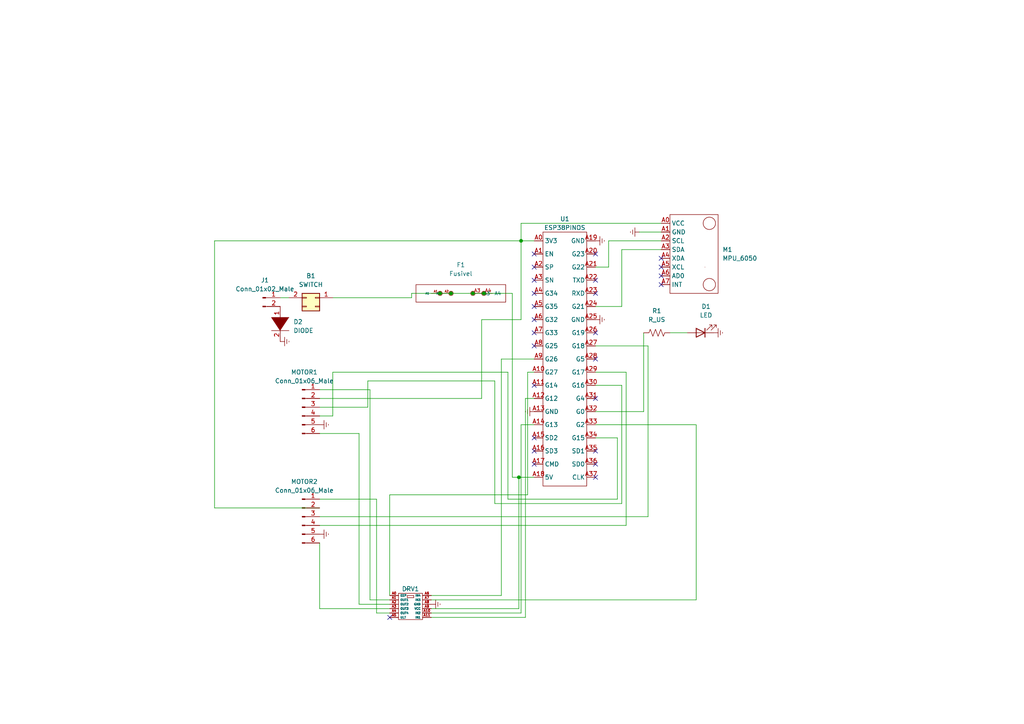
<source format=kicad_sch>
(kicad_sch (version 20230121) (generator eeschema)

  (uuid ab17031a-bfb3-41c6-abcb-e4bb89163e5b)

  (paper "A4")

  (lib_symbols
    (symbol "Connector:Conn_01x02_Male" (pin_names (offset 1.016) hide) (in_bom yes) (on_board yes)
      (property "Reference" "J" (at 0 2.54 0)
        (effects (font (size 1.27 1.27)))
      )
      (property "Value" "Conn_01x02_Male" (at 0 -5.08 0)
        (effects (font (size 1.27 1.27)))
      )
      (property "Footprint" "" (at 0 0 0)
        (effects (font (size 1.27 1.27)) hide)
      )
      (property "Datasheet" "~" (at 0 0 0)
        (effects (font (size 1.27 1.27)) hide)
      )
      (property "ki_keywords" "connector" (at 0 0 0)
        (effects (font (size 1.27 1.27)) hide)
      )
      (property "ki_description" "Generic connector, single row, 01x02, script generated (kicad-library-utils/schlib/autogen/connector/)" (at 0 0 0)
        (effects (font (size 1.27 1.27)) hide)
      )
      (property "ki_fp_filters" "Connector*:*_1x??_*" (at 0 0 0)
        (effects (font (size 1.27 1.27)) hide)
      )
      (symbol "Conn_01x02_Male_1_1"
        (polyline
          (pts
            (xy 1.27 -2.54)
            (xy 0.8636 -2.54)
          )
          (stroke (width 0.1524) (type default))
          (fill (type none))
        )
        (polyline
          (pts
            (xy 1.27 0)
            (xy 0.8636 0)
          )
          (stroke (width 0.1524) (type default))
          (fill (type none))
        )
        (rectangle (start 0.8636 -2.413) (end 0 -2.667)
          (stroke (width 0.1524) (type default))
          (fill (type outline))
        )
        (rectangle (start 0.8636 0.127) (end 0 -0.127)
          (stroke (width 0.1524) (type default))
          (fill (type outline))
        )
        (pin passive line (at 5.08 0 180) (length 3.81)
          (name "Pin_1" (effects (font (size 1.27 1.27))))
          (number "1" (effects (font (size 1.27 1.27))))
        )
        (pin passive line (at 5.08 -2.54 180) (length 3.81)
          (name "Pin_2" (effects (font (size 1.27 1.27))))
          (number "2" (effects (font (size 1.27 1.27))))
        )
      )
    )
    (symbol "Connector:Conn_01x06_Male" (pin_names (offset 1.016) hide) (in_bom yes) (on_board yes)
      (property "Reference" "J" (at 0 7.62 0)
        (effects (font (size 1.27 1.27)))
      )
      (property "Value" "Conn_01x06_Male" (at 0 -10.16 0)
        (effects (font (size 1.27 1.27)))
      )
      (property "Footprint" "" (at 0 0 0)
        (effects (font (size 1.27 1.27)) hide)
      )
      (property "Datasheet" "~" (at 0 0 0)
        (effects (font (size 1.27 1.27)) hide)
      )
      (property "ki_keywords" "connector" (at 0 0 0)
        (effects (font (size 1.27 1.27)) hide)
      )
      (property "ki_description" "Generic connector, single row, 01x06, script generated (kicad-library-utils/schlib/autogen/connector/)" (at 0 0 0)
        (effects (font (size 1.27 1.27)) hide)
      )
      (property "ki_fp_filters" "Connector*:*_1x??_*" (at 0 0 0)
        (effects (font (size 1.27 1.27)) hide)
      )
      (symbol "Conn_01x06_Male_1_1"
        (polyline
          (pts
            (xy 1.27 -7.62)
            (xy 0.8636 -7.62)
          )
          (stroke (width 0.1524) (type default))
          (fill (type none))
        )
        (polyline
          (pts
            (xy 1.27 -5.08)
            (xy 0.8636 -5.08)
          )
          (stroke (width 0.1524) (type default))
          (fill (type none))
        )
        (polyline
          (pts
            (xy 1.27 -2.54)
            (xy 0.8636 -2.54)
          )
          (stroke (width 0.1524) (type default))
          (fill (type none))
        )
        (polyline
          (pts
            (xy 1.27 0)
            (xy 0.8636 0)
          )
          (stroke (width 0.1524) (type default))
          (fill (type none))
        )
        (polyline
          (pts
            (xy 1.27 2.54)
            (xy 0.8636 2.54)
          )
          (stroke (width 0.1524) (type default))
          (fill (type none))
        )
        (polyline
          (pts
            (xy 1.27 5.08)
            (xy 0.8636 5.08)
          )
          (stroke (width 0.1524) (type default))
          (fill (type none))
        )
        (rectangle (start 0.8636 -7.493) (end 0 -7.747)
          (stroke (width 0.1524) (type default))
          (fill (type outline))
        )
        (rectangle (start 0.8636 -4.953) (end 0 -5.207)
          (stroke (width 0.1524) (type default))
          (fill (type outline))
        )
        (rectangle (start 0.8636 -2.413) (end 0 -2.667)
          (stroke (width 0.1524) (type default))
          (fill (type outline))
        )
        (rectangle (start 0.8636 0.127) (end 0 -0.127)
          (stroke (width 0.1524) (type default))
          (fill (type outline))
        )
        (rectangle (start 0.8636 2.667) (end 0 2.413)
          (stroke (width 0.1524) (type default))
          (fill (type outline))
        )
        (rectangle (start 0.8636 5.207) (end 0 4.953)
          (stroke (width 0.1524) (type default))
          (fill (type outline))
        )
        (pin passive line (at 5.08 5.08 180) (length 3.81)
          (name "Pin_1" (effects (font (size 1.27 1.27))))
          (number "1" (effects (font (size 1.27 1.27))))
        )
        (pin passive line (at 5.08 2.54 180) (length 3.81)
          (name "Pin_2" (effects (font (size 1.27 1.27))))
          (number "2" (effects (font (size 1.27 1.27))))
        )
        (pin passive line (at 5.08 0 180) (length 3.81)
          (name "Pin_3" (effects (font (size 1.27 1.27))))
          (number "3" (effects (font (size 1.27 1.27))))
        )
        (pin passive line (at 5.08 -2.54 180) (length 3.81)
          (name "Pin_4" (effects (font (size 1.27 1.27))))
          (number "4" (effects (font (size 1.27 1.27))))
        )
        (pin passive line (at 5.08 -5.08 180) (length 3.81)
          (name "Pin_5" (effects (font (size 1.27 1.27))))
          (number "5" (effects (font (size 1.27 1.27))))
        )
        (pin passive line (at 5.08 -7.62 180) (length 3.81)
          (name "Pin_6" (effects (font (size 1.27 1.27))))
          (number "6" (effects (font (size 1.27 1.27))))
        )
      )
    )
    (symbol "Connector_Generic:Conn_02x02_Counter_Clockwise" (pin_names (offset 1.016) hide) (in_bom yes) (on_board yes)
      (property "Reference" "B1" (at 1.27 6.35 0)
        (effects (font (size 1.27 1.27)))
      )
      (property "Value" "SWITCH" (at 1.27 3.81 0)
        (effects (font (size 1.27 1.27)))
      )
      (property "Footprint" "TerminalBlock:TerminalBlock_bornier-2_P5.08mm" (at 2.54 8.255 0)
        (effects (font (size 1.27 1.27)) hide)
      )
      (property "Datasheet" "~" (at 0 0 0)
        (effects (font (size 1.27 1.27)) hide)
      )
      (property "ki_keywords" "connector" (at 0 0 0)
        (effects (font (size 1.27 1.27)) hide)
      )
      (property "ki_description" "Generic connector, double row, 02x02, counter clockwise pin numbering scheme (similar to DIP package numbering), script generated (kicad-library-utils/schlib/autogen/connector/)" (at 0 0 0)
        (effects (font (size 1.27 1.27)) hide)
      )
      (property "ki_fp_filters" "Connector*:*_2x??_*" (at 0 0 0)
        (effects (font (size 1.27 1.27)) hide)
      )
      (symbol "Conn_02x02_Counter_Clockwise_1_1"
        (rectangle (start -1.27 -2.413) (end 0 -2.667)
          (stroke (width 0.1524) (type default))
          (fill (type none))
        )
        (rectangle (start -1.27 0.127) (end 0 -0.127)
          (stroke (width 0.1524) (type default))
          (fill (type none))
        )
        (rectangle (start -1.27 1.27) (end 3.81 -3.81)
          (stroke (width 0.254) (type default))
          (fill (type background))
        )
        (rectangle (start 3.81 -2.413) (end 2.54 -2.667)
          (stroke (width 0.1524) (type default))
          (fill (type none))
        )
        (rectangle (start 3.81 0.127) (end 2.54 -0.127)
          (stroke (width 0.1524) (type default))
          (fill (type none))
        )
        (pin passive line (at 7.62 0 180) (length 3.81)
          (name "1" (effects (font (size 1.27 1.27))))
          (number "1" (effects (font (size 1.27 1.27))))
        )
        (pin passive line (at -5.08 0 0) (length 3.81)
          (name "2" (effects (font (size 1.27 1.27))))
          (number "2" (effects (font (size 1.27 1.27))))
        )
      )
    )
    (symbol "DRV8833:DRV_" (in_bom yes) (on_board yes)
      (property "Reference" "DRV" (at 1.27 1.27 0)
        (effects (font (size 1.27 1.27)))
      )
      (property "Value" "" (at 0 0 0)
        (effects (font (size 1.27 1.27)))
      )
      (property "Footprint" "" (at 0 0 0)
        (effects (font (size 1.27 1.27)) hide)
      )
      (property "Datasheet" "" (at 0 0 0)
        (effects (font (size 1.27 1.27)) hide)
      )
      (symbol "DRV__0_1"
        (rectangle (start -2.54 -1.27) (end 4.445 -8.89)
          (stroke (width 0) (type default))
          (fill (type none))
        )
        (rectangle (start 0 -1.905) (end 1.905 -2.54)
          (stroke (width 0) (type default))
          (fill (type none))
        )
      )
      (symbol "DRV__1_1"
        (pin input line (at -5.08 -1.905 0) (length 2.54)
          (name "EEP" (effects (font (size 0.6 0.6))))
          (number "A0" (effects (font (size 0.7 0.7))))
        )
        (pin input line (at -5.08 -3.175 0) (length 2.54)
          (name "OUT1" (effects (font (size 0.6 0.6))))
          (number "A1" (effects (font (size 0.7 0.7))))
        )
        (pin input line (at 6.985 -6.985 180) (length 2.54)
          (name "IN2" (effects (font (size 0.6 0.6))))
          (number "A10" (effects (font (size 0.7 0.7))))
        )
        (pin input line (at 6.985 -8.255 180) (length 2.54)
          (name "IN1" (effects (font (size 0.6 0.6))))
          (number "A11" (effects (font (size 0.7 0.7))))
        )
        (pin input line (at -5.08 -4.445 0) (length 2.54)
          (name "OUT2" (effects (font (size 0.6 0.6))))
          (number "A2" (effects (font (size 0.7 0.7))))
        )
        (pin input line (at -5.08 -5.715 0) (length 2.54)
          (name "OUT3" (effects (font (size 0.6 0.6))))
          (number "A3" (effects (font (size 0.7 0.7))))
        )
        (pin input line (at -5.08 -6.985 0) (length 2.54)
          (name "OUT4" (effects (font (size 0.6 0.6))))
          (number "A4" (effects (font (size 0.7 0.7))))
        )
        (pin input line (at -5.08 -8.255 0) (length 2.54)
          (name "ULT" (effects (font (size 0.6 0.6))))
          (number "A5" (effects (font (size 0.7 0.7))))
        )
        (pin input line (at 6.985 -1.905 180) (length 2.54)
          (name "IN4" (effects (font (size 0.6 0.6))))
          (number "A6" (effects (font (size 0.7 0.7))))
        )
        (pin input line (at 6.985 -3.175 180) (length 2.54)
          (name "IN3" (effects (font (size 0.6 0.6))))
          (number "A7" (effects (font (size 0.7 0.7))))
        )
        (pin power_in line (at 6.985 -4.445 180) (length 2.54)
          (name "GND" (effects (font (size 0.6 0.6))))
          (number "A8" (effects (font (size 0.7 0.7))))
        )
        (pin power_in line (at 6.985 -5.715 180) (length 2.54)
          (name "VCC" (effects (font (size 0.6 0.6))))
          (number "A9" (effects (font (size 0.7 0.7))))
        )
      )
    )
    (symbol "Device:LED" (pin_numbers hide) (pin_names (offset 1.016) hide) (in_bom yes) (on_board yes)
      (property "Reference" "D" (at 0 2.54 0)
        (effects (font (size 1.27 1.27)))
      )
      (property "Value" "LED" (at 0 -2.54 0)
        (effects (font (size 1.27 1.27)))
      )
      (property "Footprint" "" (at 0 0 0)
        (effects (font (size 1.27 1.27)) hide)
      )
      (property "Datasheet" "~" (at 0 0 0)
        (effects (font (size 1.27 1.27)) hide)
      )
      (property "ki_keywords" "LED diode" (at 0 0 0)
        (effects (font (size 1.27 1.27)) hide)
      )
      (property "ki_description" "Light emitting diode" (at 0 0 0)
        (effects (font (size 1.27 1.27)) hide)
      )
      (property "ki_fp_filters" "LED* LED_SMD:* LED_THT:*" (at 0 0 0)
        (effects (font (size 1.27 1.27)) hide)
      )
      (symbol "LED_0_1"
        (polyline
          (pts
            (xy -1.27 -1.27)
            (xy -1.27 1.27)
          )
          (stroke (width 0.254) (type default))
          (fill (type none))
        )
        (polyline
          (pts
            (xy -1.27 0)
            (xy 1.27 0)
          )
          (stroke (width 0) (type default))
          (fill (type none))
        )
        (polyline
          (pts
            (xy 1.27 -1.27)
            (xy 1.27 1.27)
            (xy -1.27 0)
            (xy 1.27 -1.27)
          )
          (stroke (width 0.254) (type default))
          (fill (type none))
        )
        (polyline
          (pts
            (xy -3.048 -0.762)
            (xy -4.572 -2.286)
            (xy -3.81 -2.286)
            (xy -4.572 -2.286)
            (xy -4.572 -1.524)
          )
          (stroke (width 0) (type default))
          (fill (type none))
        )
        (polyline
          (pts
            (xy -1.778 -0.762)
            (xy -3.302 -2.286)
            (xy -2.54 -2.286)
            (xy -3.302 -2.286)
            (xy -3.302 -1.524)
          )
          (stroke (width 0) (type default))
          (fill (type none))
        )
      )
      (symbol "LED_1_1"
        (pin passive line (at -3.81 0 0) (length 2.54)
          (name "K" (effects (font (size 1.27 1.27))))
          (number "1" (effects (font (size 1.27 1.27))))
        )
        (pin passive line (at 3.81 0 180) (length 2.54)
          (name "A" (effects (font (size 1.27 1.27))))
          (number "2" (effects (font (size 1.27 1.27))))
        )
      )
    )
    (symbol "Device:R_US" (pin_numbers hide) (pin_names (offset 0)) (in_bom yes) (on_board yes)
      (property "Reference" "R" (at 2.54 0 90)
        (effects (font (size 1.27 1.27)))
      )
      (property "Value" "R_US" (at -2.54 0 90)
        (effects (font (size 1.27 1.27)))
      )
      (property "Footprint" "" (at 1.016 -0.254 90)
        (effects (font (size 1.27 1.27)) hide)
      )
      (property "Datasheet" "~" (at 0 0 0)
        (effects (font (size 1.27 1.27)) hide)
      )
      (property "ki_keywords" "R res resistor" (at 0 0 0)
        (effects (font (size 1.27 1.27)) hide)
      )
      (property "ki_description" "Resistor, US symbol" (at 0 0 0)
        (effects (font (size 1.27 1.27)) hide)
      )
      (property "ki_fp_filters" "R_*" (at 0 0 0)
        (effects (font (size 1.27 1.27)) hide)
      )
      (symbol "R_US_0_1"
        (polyline
          (pts
            (xy 0 -2.286)
            (xy 0 -2.54)
          )
          (stroke (width 0) (type default))
          (fill (type none))
        )
        (polyline
          (pts
            (xy 0 2.286)
            (xy 0 2.54)
          )
          (stroke (width 0) (type default))
          (fill (type none))
        )
        (polyline
          (pts
            (xy 0 -0.762)
            (xy 1.016 -1.143)
            (xy 0 -1.524)
            (xy -1.016 -1.905)
            (xy 0 -2.286)
          )
          (stroke (width 0) (type default))
          (fill (type none))
        )
        (polyline
          (pts
            (xy 0 0.762)
            (xy 1.016 0.381)
            (xy 0 0)
            (xy -1.016 -0.381)
            (xy 0 -0.762)
          )
          (stroke (width 0) (type default))
          (fill (type none))
        )
        (polyline
          (pts
            (xy 0 2.286)
            (xy 1.016 1.905)
            (xy 0 1.524)
            (xy -1.016 1.143)
            (xy 0 0.762)
          )
          (stroke (width 0) (type default))
          (fill (type none))
        )
      )
      (symbol "R_US_1_1"
        (pin passive line (at 0 3.81 270) (length 1.27)
          (name "~" (effects (font (size 1.27 1.27))))
          (number "1" (effects (font (size 1.27 1.27))))
        )
        (pin passive line (at 0 -3.81 90) (length 1.27)
          (name "~" (effects (font (size 1.27 1.27))))
          (number "2" (effects (font (size 1.27 1.27))))
        )
      )
    )
    (symbol "ESP 38 PINOS:ESP38PINOS" (in_bom yes) (on_board yes)
      (property "Reference" "U" (at 3.81 2.54 0)
        (effects (font (size 1.27 1.27)))
      )
      (property "Value" "ESP38PINOS" (at 3.81 0 0)
        (effects (font (size 1.27 1.27)))
      )
      (property "Footprint" "" (at 3.81 0 0)
        (effects (font (size 1.27 1.27)) hide)
      )
      (property "Datasheet" "" (at 3.81 0 0)
        (effects (font (size 1.27 1.27)) hide)
      )
      (symbol "ESP38PINOS_0_1"
        (rectangle (start -2.54 -1.27) (end 10.16 -74.93)
          (stroke (width 0) (type default))
          (fill (type none))
        )
        (rectangle (start 44.45 -11.43) (end 44.45 -11.43)
          (stroke (width 0) (type default))
          (fill (type none))
        )
      )
      (symbol "ESP38PINOS_1_1"
        (pin input line (at -5.08 -3.81 0) (length 2.54)
          (name "3V3" (effects (font (size 1.27 1.27))))
          (number "A0" (effects (font (size 1.27 1.27))))
        )
        (pin input line (at -5.08 -7.62 0) (length 2.54)
          (name "EN" (effects (font (size 1.27 1.27))))
          (number "A1" (effects (font (size 1.27 1.27))))
        )
        (pin input line (at -5.08 -41.91 0) (length 2.54)
          (name "G27" (effects (font (size 1.27 1.27))))
          (number "A10" (effects (font (size 1.27 1.27))))
        )
        (pin input line (at -5.08 -45.72 0) (length 2.54)
          (name "G14" (effects (font (size 1.27 1.27))))
          (number "A11" (effects (font (size 1.27 1.27))))
        )
        (pin input line (at -5.08 -49.53 0) (length 2.54)
          (name "G12" (effects (font (size 1.27 1.27))))
          (number "A12" (effects (font (size 1.27 1.27))))
        )
        (pin input line (at -5.08 -53.34 0) (length 2.54)
          (name "GND" (effects (font (size 1.27 1.27))))
          (number "A13" (effects (font (size 1.27 1.27))))
        )
        (pin input line (at -5.08 -57.15 0) (length 2.54)
          (name "G13" (effects (font (size 1.27 1.27))))
          (number "A14" (effects (font (size 1.27 1.27))))
        )
        (pin input line (at -5.08 -60.96 0) (length 2.54)
          (name "SD2" (effects (font (size 1.27 1.27))))
          (number "A15" (effects (font (size 1.27 1.27))))
        )
        (pin input line (at -5.08 -64.77 0) (length 2.54)
          (name "SD3" (effects (font (size 1.27 1.27))))
          (number "A16" (effects (font (size 1.27 1.27))))
        )
        (pin input line (at -5.08 -68.58 0) (length 2.54)
          (name "CMD" (effects (font (size 1.27 1.27))))
          (number "A17" (effects (font (size 1.27 1.27))))
        )
        (pin input line (at -5.08 -72.39 0) (length 2.54)
          (name "5V" (effects (font (size 1.27 1.27))))
          (number "A18" (effects (font (size 1.27 1.27))))
        )
        (pin input line (at 12.7 -3.81 180) (length 2.54)
          (name "GND" (effects (font (size 1.27 1.27))))
          (number "A19" (effects (font (size 1.27 1.27))))
        )
        (pin input line (at -5.08 -11.43 0) (length 2.54)
          (name "SP" (effects (font (size 1.27 1.27))))
          (number "A2" (effects (font (size 1.27 1.27))))
        )
        (pin input line (at 12.7 -7.62 180) (length 2.54)
          (name "G23" (effects (font (size 1.27 1.27))))
          (number "A20" (effects (font (size 1.27 1.27))))
        )
        (pin input line (at 12.7 -11.43 180) (length 2.54)
          (name "G22" (effects (font (size 1.27 1.27))))
          (number "A21" (effects (font (size 1.27 1.27))))
        )
        (pin input line (at 12.7 -15.24 180) (length 2.54)
          (name "TXD" (effects (font (size 1.27 1.27))))
          (number "A22" (effects (font (size 1.27 1.27))))
        )
        (pin input line (at 12.7 -19.05 180) (length 2.54)
          (name "RXD" (effects (font (size 1.27 1.27))))
          (number "A23" (effects (font (size 1.27 1.27))))
        )
        (pin input line (at 12.7 -22.86 180) (length 2.54)
          (name "G21" (effects (font (size 1.27 1.27))))
          (number "A24" (effects (font (size 1.27 1.27))))
        )
        (pin input line (at 12.7 -26.67 180) (length 2.54)
          (name "GND" (effects (font (size 1.27 1.27))))
          (number "A25" (effects (font (size 1.27 1.27))))
        )
        (pin input line (at 12.7 -30.48 180) (length 2.54)
          (name "G19" (effects (font (size 1.27 1.27))))
          (number "A26" (effects (font (size 1.27 1.27))))
        )
        (pin input line (at 12.7 -34.29 180) (length 2.54)
          (name "G18" (effects (font (size 1.27 1.27))))
          (number "A27" (effects (font (size 1.27 1.27))))
        )
        (pin input line (at 12.7 -38.1 180) (length 2.54)
          (name "G5" (effects (font (size 1.27 1.27))))
          (number "A28" (effects (font (size 1.27 1.27))))
        )
        (pin input line (at 12.7 -41.91 180) (length 2.54)
          (name "G17" (effects (font (size 1.27 1.27))))
          (number "A29" (effects (font (size 1.27 1.27))))
        )
        (pin input line (at -5.08 -15.24 0) (length 2.54)
          (name "SN" (effects (font (size 1.27 1.27))))
          (number "A3" (effects (font (size 1.27 1.27))))
        )
        (pin input line (at 12.7 -45.72 180) (length 2.54)
          (name "G16" (effects (font (size 1.27 1.27))))
          (number "A30" (effects (font (size 1.27 1.27))))
        )
        (pin input line (at 12.7 -49.53 180) (length 2.54)
          (name "G4" (effects (font (size 1.27 1.27))))
          (number "A31" (effects (font (size 1.27 1.27))))
        )
        (pin input line (at 12.7 -53.34 180) (length 2.54)
          (name "G0" (effects (font (size 1.27 1.27))))
          (number "A32" (effects (font (size 1.27 1.27))))
        )
        (pin input line (at 12.7 -57.15 180) (length 2.54)
          (name "G2" (effects (font (size 1.27 1.27))))
          (number "A33" (effects (font (size 1.27 1.27))))
        )
        (pin input line (at 12.7 -60.96 180) (length 2.54)
          (name "G15" (effects (font (size 1.27 1.27))))
          (number "A34" (effects (font (size 1.27 1.27))))
        )
        (pin input line (at 12.7 -64.77 180) (length 2.54)
          (name "SD1" (effects (font (size 1.27 1.27))))
          (number "A35" (effects (font (size 1.27 1.27))))
        )
        (pin input line (at 12.7 -68.58 180) (length 2.54)
          (name "SD0" (effects (font (size 1.27 1.27))))
          (number "A36" (effects (font (size 1.27 1.27))))
        )
        (pin input line (at 12.7 -72.39 180) (length 2.54)
          (name "CLK" (effects (font (size 1.27 1.27))))
          (number "A37" (effects (font (size 1.27 1.27))))
        )
        (pin input line (at -5.08 -19.05 0) (length 2.54)
          (name "G34" (effects (font (size 1.27 1.27))))
          (number "A4" (effects (font (size 1.27 1.27))))
        )
        (pin input line (at -5.08 -22.86 0) (length 2.54)
          (name "G35" (effects (font (size 1.27 1.27))))
          (number "A5" (effects (font (size 1.27 1.27))))
        )
        (pin input line (at -5.08 -26.67 0) (length 2.54)
          (name "G32" (effects (font (size 1.27 1.27))))
          (number "A6" (effects (font (size 1.27 1.27))))
        )
        (pin input line (at -5.08 -30.48 0) (length 2.54)
          (name "G33" (effects (font (size 1.27 1.27))))
          (number "A7" (effects (font (size 1.27 1.27))))
        )
        (pin input line (at -5.08 -34.29 0) (length 2.54)
          (name "G25" (effects (font (size 1.27 1.27))))
          (number "A8" (effects (font (size 1.27 1.27))))
        )
        (pin input line (at -5.08 -38.1 0) (length 2.54)
          (name "G26" (effects (font (size 1.27 1.27))))
          (number "A9" (effects (font (size 1.27 1.27))))
        )
      )
    )
    (symbol "Earth_1" (power) (pin_names (offset 0)) (in_bom yes) (on_board yes)
      (property "Reference" "#PWR" (at 0 -6.35 0)
        (effects (font (size 1.27 1.27)) hide)
      )
      (property "Value" "Earth_1" (at 0 -3.81 0)
        (effects (font (size 1.27 1.27)) hide)
      )
      (property "Footprint" "" (at 0 0 0)
        (effects (font (size 1.27 1.27)) hide)
      )
      (property "Datasheet" "~" (at 0 0 0)
        (effects (font (size 1.27 1.27)) hide)
      )
      (property "ki_keywords" "global ground gnd" (at 0 0 0)
        (effects (font (size 1.27 1.27)) hide)
      )
      (property "ki_description" "Power symbol creates a global label with name \"Earth\"" (at 0 0 0)
        (effects (font (size 1.27 1.27)) hide)
      )
      (symbol "Earth_1_0_1"
        (polyline
          (pts
            (xy -0.635 -1.905)
            (xy 0.635 -1.905)
          )
          (stroke (width 0) (type default))
          (fill (type none))
        )
        (polyline
          (pts
            (xy -0.127 -2.54)
            (xy 0.127 -2.54)
          )
          (stroke (width 0) (type default))
          (fill (type none))
        )
        (polyline
          (pts
            (xy 0 -1.27)
            (xy 0 0)
          )
          (stroke (width 0) (type default))
          (fill (type none))
        )
        (polyline
          (pts
            (xy 1.27 -1.27)
            (xy -1.27 -1.27)
          )
          (stroke (width 0) (type default))
          (fill (type none))
        )
      )
      (symbol "Earth_1_1_1"
        (pin power_in line (at 0 0 270) (length 0) hide
          (name "Earth" (effects (font (size 1.27 1.27))))
          (number "1" (effects (font (size 1.27 1.27))))
        )
      )
    )
    (symbol "Fusivel:Fusivel" (in_bom yes) (on_board yes)
      (property "Reference" "F1" (at 0.3175 3.81 0)
        (effects (font (size 1.27 1.27)))
      )
      (property "Value" "Fusivel" (at 0.3175 1.27 0)
        (effects (font (size 1.27 1.27)))
      )
      (property "Footprint" "ESP 38:FUSIVEL" (at 0 0 0)
        (effects (font (size 1.27 1.27)) hide)
      )
      (property "Datasheet" "" (at 0 0 0)
        (effects (font (size 1.27 1.27)) hide)
      )
      (symbol "Fusivel_0_1"
        (rectangle (start -12.7 -1.905) (end 13.335 -6.985)
          (stroke (width 0) (type default))
          (fill (type none))
        )
        (circle (center -5.715 -4.445) (radius 0.635)
          (stroke (width 0) (type default))
          (fill (type none))
        )
        (circle (center -2.54 -4.445) (radius 0.635)
          (stroke (width 0) (type default))
          (fill (type none))
        )
        (circle (center 3.81 -4.445) (radius 0.635)
          (stroke (width 0) (type default))
          (fill (type none))
        )
        (circle (center 6.985 -4.445) (radius 0.635)
          (stroke (width 0) (type default))
          (fill (type none))
        )
      )
      (symbol "Fusivel_1_1"
        (pin input line (at -5.715 -4.445 180) (length 2.54)
          (name "A1" (effects (font (size 0.6 0.6))))
          (number "A1" (effects (font (size 0.6 0.6))))
        )
        (pin input line (at -2.54 -4.445 180) (length 2.54)
          (name "A2" (effects (font (size 0.6 0.6))))
          (number "A2" (effects (font (size 0.6 0.6))))
        )
        (pin input line (at 3.81 -4.445 0) (length 2.54)
          (name "A3" (effects (font (size 1 1))))
          (number "A3" (effects (font (size 1 1))))
        )
        (pin input line (at 6.985 -4.445 0) (length 2.54)
          (name "A4" (effects (font (size 1 1))))
          (number "A4" (effects (font (size 1 1))))
        )
      )
    )
    (symbol "MPU-6050:MPU_6050" (in_bom yes) (on_board yes)
      (property "Reference" "M" (at 0 2.54 0)
        (effects (font (size 1.27 1.27)))
      )
      (property "Value" "MPU_6050" (at 0 0 0)
        (effects (font (size 1.27 1.27)))
      )
      (property "Footprint" "" (at 0 0 0)
        (effects (font (size 1.27 1.27)) hide)
      )
      (property "Datasheet" "" (at 0 0 0)
        (effects (font (size 1.27 1.27)) hide)
      )
      (symbol "MPU_6050_0_1"
        (rectangle (start 0 -2.54) (end 13.97 -25.4)
          (stroke (width 0) (type default))
          (fill (type none))
        )
        (circle (center 11.43 -22.86) (radius 1.7961)
          (stroke (width 0) (type default))
          (fill (type none))
        )
        (circle (center 11.43 -5.08) (radius 1.7961)
          (stroke (width 0) (type default))
          (fill (type none))
        )
      )
      (symbol "MPU_6050_1_1"
        (pin input line (at -2.54 -5.08 0) (length 2.54)
          (name "VCC" (effects (font (size 1.27 1.27))))
          (number "A0" (effects (font (size 1.27 1.27))))
        )
        (pin input line (at -2.54 -7.62 0) (length 2.54)
          (name "GND" (effects (font (size 1.27 1.27))))
          (number "A1" (effects (font (size 1.27 1.27))))
        )
        (pin output line (at -2.54 -10.16 0) (length 2.54)
          (name "SCL" (effects (font (size 1.27 1.27))))
          (number "A2" (effects (font (size 1.27 1.27))))
        )
        (pin output line (at -2.54 -12.7 0) (length 2.54)
          (name "SDA" (effects (font (size 1.27 1.27))))
          (number "A3" (effects (font (size 1.27 1.27))))
        )
        (pin output line (at -2.54 -15.24 0) (length 2.54)
          (name "XDA" (effects (font (size 1.27 1.27))))
          (number "A4" (effects (font (size 1.27 1.27))))
        )
        (pin output line (at -2.54 -17.78 0) (length 2.54)
          (name "XCL" (effects (font (size 1.27 1.27))))
          (number "A5" (effects (font (size 1.27 1.27))))
        )
        (pin output line (at -2.54 -20.32 0) (length 2.54)
          (name "AD0" (effects (font (size 1.27 1.27))))
          (number "A6" (effects (font (size 1.27 1.27))))
        )
        (pin output line (at -2.54 -22.86 0) (length 2.54)
          (name "INT" (effects (font (size 1.27 1.27))))
          (number "A7" (effects (font (size 1.27 1.27))))
        )
      )
    )
    (symbol "power:Earth" (power) (pin_names (offset 0)) (in_bom yes) (on_board yes)
      (property "Reference" "#PWR" (at 0 -6.35 0)
        (effects (font (size 1.27 1.27)) hide)
      )
      (property "Value" "Earth" (at 0 -3.81 0)
        (effects (font (size 1.27 1.27)) hide)
      )
      (property "Footprint" "" (at 0 0 0)
        (effects (font (size 1.27 1.27)) hide)
      )
      (property "Datasheet" "~" (at 0 0 0)
        (effects (font (size 1.27 1.27)) hide)
      )
      (property "ki_keywords" "power-flag ground gnd" (at 0 0 0)
        (effects (font (size 1.27 1.27)) hide)
      )
      (property "ki_description" "Power symbol creates a global label with name \"Earth\"" (at 0 0 0)
        (effects (font (size 1.27 1.27)) hide)
      )
      (symbol "Earth_0_1"
        (polyline
          (pts
            (xy -0.635 -1.905)
            (xy 0.635 -1.905)
          )
          (stroke (width 0) (type default))
          (fill (type none))
        )
        (polyline
          (pts
            (xy -0.127 -2.54)
            (xy 0.127 -2.54)
          )
          (stroke (width 0) (type default))
          (fill (type none))
        )
        (polyline
          (pts
            (xy 0 -1.27)
            (xy 0 0)
          )
          (stroke (width 0) (type default))
          (fill (type none))
        )
        (polyline
          (pts
            (xy 1.27 -1.27)
            (xy -1.27 -1.27)
          )
          (stroke (width 0) (type default))
          (fill (type none))
        )
      )
      (symbol "Earth_1_1"
        (pin power_in line (at 0 0 270) (length 0) hide
          (name "Earth" (effects (font (size 1.27 1.27))))
          (number "1" (effects (font (size 1.27 1.27))))
        )
      )
    )
    (symbol "pspice:DIODE" (pin_names (offset 1.016) hide) (in_bom yes) (on_board yes)
      (property "Reference" "D" (at 0 3.81 0)
        (effects (font (size 1.27 1.27)))
      )
      (property "Value" "DIODE" (at 0 -4.445 0)
        (effects (font (size 1.27 1.27)))
      )
      (property "Footprint" "" (at 0 0 0)
        (effects (font (size 1.27 1.27)) hide)
      )
      (property "Datasheet" "~" (at 0 0 0)
        (effects (font (size 1.27 1.27)) hide)
      )
      (property "ki_keywords" "simulation" (at 0 0 0)
        (effects (font (size 1.27 1.27)) hide)
      )
      (property "ki_description" "Diode symbol for simulation only. Pin order incompatible with official kicad footprints" (at 0 0 0)
        (effects (font (size 1.27 1.27)) hide)
      )
      (symbol "DIODE_0_1"
        (polyline
          (pts
            (xy 1.905 2.54)
            (xy 1.905 -2.54)
          )
          (stroke (width 0) (type default))
          (fill (type none))
        )
        (polyline
          (pts
            (xy -1.905 2.54)
            (xy -1.905 -2.54)
            (xy 1.905 0)
          )
          (stroke (width 0) (type default))
          (fill (type outline))
        )
      )
      (symbol "DIODE_1_1"
        (pin input line (at -5.08 0 0) (length 3.81)
          (name "K" (effects (font (size 1.27 1.27))))
          (number "1" (effects (font (size 1.27 1.27))))
        )
        (pin input line (at 5.08 0 180) (length 3.81)
          (name "A" (effects (font (size 1.27 1.27))))
          (number "2" (effects (font (size 1.27 1.27))))
        )
      )
    )
  )

  (junction (at 130.81 85.09) (diameter 0) (color 0 0 0 0)
    (uuid 46bac857-2317-4242-bc8b-365316075309)
  )
  (junction (at 151.13 69.85) (diameter 0) (color 0 0 0 0)
    (uuid 661ce6e8-9448-455d-aecd-bc3df2d622a3)
  )
  (junction (at 127.635 85.09) (diameter 0) (color 0 0 0 0)
    (uuid 8d01ef4d-0af7-4b3c-9426-36d80863ecff)
  )
  (junction (at 140.335 85.09) (diameter 0) (color 0 0 0 0)
    (uuid cba57e99-12b2-4c5e-b31f-3281465bb077)
  )
  (junction (at 150.495 138.43) (diameter 0) (color 0 0 0 0)
    (uuid d74ae764-02ed-4fc2-ac25-5c6ca8d84bbc)
  )
  (junction (at 137.16 85.09) (diameter 0) (color 0 0 0 0)
    (uuid f94aa40b-54aa-4ef2-a46f-115611122c6f)
  )

  (no_connect (at 154.94 73.66) (uuid 087ed8dd-f7d8-4a8a-9dbd-bdbd5ebed02c))
  (no_connect (at 172.72 138.43) (uuid 1b1fbf54-ac1b-4719-a37d-e4eac0776845))
  (no_connect (at 172.72 134.62) (uuid 283703de-dd02-4e6f-a3b5-3ba533cffdc3))
  (no_connect (at 154.94 134.62) (uuid 2a5ecc73-fca3-4d2d-915a-8411b9ba324a))
  (no_connect (at 113.03 179.07) (uuid 2e463707-0839-4d4b-a76d-6bda072950e4))
  (no_connect (at 172.72 81.28) (uuid 3b7a9fbb-9c89-4310-8826-34fab4ad340b))
  (no_connect (at 154.94 111.76) (uuid 446f0d83-4d47-4c0d-9095-14be6a376bb2))
  (no_connect (at 191.77 74.93) (uuid 6380331d-2815-4327-ae86-c3d8f907fac3))
  (no_connect (at 172.72 73.66) (uuid 65d45eba-3b4c-4922-9e56-f15865ee56ab))
  (no_connect (at 154.94 96.52) (uuid 677d09c5-d6e4-4760-94a4-ce2d9fceb2e7))
  (no_connect (at 154.94 100.33) (uuid 90c58ff2-153d-40dc-a1a8-53495a632dbc))
  (no_connect (at 154.94 127) (uuid 9948bd24-dd50-46d0-bbfb-0fc18a4e57db))
  (no_connect (at 172.72 104.14) (uuid 9bfcf43e-1448-49ad-92dc-e34421715549))
  (no_connect (at 172.72 130.81) (uuid ab4bf115-e8f1-40cb-96ab-a0d30f9f8422))
  (no_connect (at 154.94 81.28) (uuid b2f7d992-a068-4fc5-8b8c-6e9f59fb6efc))
  (no_connect (at 154.94 92.71) (uuid b63a6016-658c-44fe-ad76-82f3cb7a0740))
  (no_connect (at 172.72 96.52) (uuid b74c73b7-ae56-4713-8581-7bd9123d14d6))
  (no_connect (at 191.77 77.47) (uuid bd548f07-7e9a-4fb5-b019-115496dcb9ed))
  (no_connect (at 172.72 85.09) (uuid bfd325fb-44c8-4c24-8d26-f1f4d6dfaa7b))
  (no_connect (at 191.77 80.01) (uuid c72b5460-7628-4f3d-b0c4-6b02929a35e9))
  (no_connect (at 172.72 115.57) (uuid cac48531-3100-42da-a28e-5d0869963647))
  (no_connect (at 154.94 88.9) (uuid cd91770a-7f34-450e-bba1-ddb07ef36436))
  (no_connect (at 154.94 130.81) (uuid dc16e884-67ca-428a-94db-863f7b9b2bbe))
  (no_connect (at 154.94 77.47) (uuid eac6ec79-4504-4c90-a12f-f9073f77aea7))
  (no_connect (at 154.94 85.09) (uuid ecca0939-3eb3-43a8-99ca-6a7c68a719e9))
  (no_connect (at 191.77 82.55) (uuid f4e12201-23bf-480f-890d-278121d7156b))

  (wire (pts (xy 140.335 85.09) (xy 148.59 85.09))
    (stroke (width 0) (type default))
    (uuid 03c9029b-7863-45be-a14c-818876b6de24)
  )
  (wire (pts (xy 194.31 96.52) (xy 199.39 96.52))
    (stroke (width 0) (type default))
    (uuid 07cd0524-8770-4ce4-a090-f20c9b308172)
  )
  (wire (pts (xy 92.71 113.03) (xy 107.315 113.03))
    (stroke (width 0) (type default))
    (uuid 096041d3-4414-4e38-9500-8fdd702a2919)
  )
  (wire (pts (xy 125.095 177.8) (xy 151.13 177.8))
    (stroke (width 0) (type default))
    (uuid 0a344d45-9d62-402d-b33c-7147c581cf7a)
  )
  (wire (pts (xy 119.38 86.36) (xy 119.38 85.09))
    (stroke (width 0) (type default))
    (uuid 0aeddf13-6cb8-4712-8849-bf9891041e8d)
  )
  (wire (pts (xy 137.16 85.09) (xy 140.335 85.09))
    (stroke (width 0) (type default))
    (uuid 0d63dd83-51f1-4ea3-a791-5a11b86a6667)
  )
  (wire (pts (xy 92.71 176.53) (xy 113.03 176.53))
    (stroke (width 0) (type default))
    (uuid 13af6cd6-5364-44db-abaf-b0a1465f9f3b)
  )
  (wire (pts (xy 96.52 107.95) (xy 147.32 107.95))
    (stroke (width 0) (type default))
    (uuid 19ac6969-1e7f-4b28-9a83-def00e2163b8)
  )
  (wire (pts (xy 151.13 69.85) (xy 154.94 69.85))
    (stroke (width 0) (type default))
    (uuid 1c725f21-5b99-4401-9092-d4490959e729)
  )
  (wire (pts (xy 125.095 172.72) (xy 145.415 172.72))
    (stroke (width 0) (type default))
    (uuid 2175472f-6111-4e64-8f11-790deae24356)
  )
  (wire (pts (xy 153.035 143.51) (xy 153.035 107.95))
    (stroke (width 0) (type default))
    (uuid 221f2d02-9414-4ee5-88b9-27c9dd208f04)
  )
  (wire (pts (xy 176.53 77.47) (xy 172.72 77.47))
    (stroke (width 0) (type default))
    (uuid 241b324a-7670-4940-b548-381838da77b0)
  )
  (wire (pts (xy 125.095 179.07) (xy 152.4 179.07))
    (stroke (width 0) (type default))
    (uuid 25612ca3-4c02-43ea-b543-2ce3fc1dab54)
  )
  (wire (pts (xy 104.14 125.73) (xy 104.14 175.26))
    (stroke (width 0) (type default))
    (uuid 25a20fa6-092b-47f9-ad21-767d700729f5)
  )
  (wire (pts (xy 92.71 176.53) (xy 92.71 157.48))
    (stroke (width 0) (type default))
    (uuid 2a31c80c-90c0-4d73-ad25-59fb20857772)
  )
  (wire (pts (xy 92.71 149.86) (xy 187.96 149.86))
    (stroke (width 0) (type default))
    (uuid 2b045f36-9ca8-4e8f-94f0-8ff5225ff68d)
  )
  (wire (pts (xy 62.23 147.32) (xy 62.23 69.85))
    (stroke (width 0) (type default))
    (uuid 2ccee075-8625-418f-922c-87422f790544)
  )
  (wire (pts (xy 127.635 85.09) (xy 130.81 85.09))
    (stroke (width 0) (type default))
    (uuid 320ea45b-c729-4f9a-9993-5bd5bb60461a)
  )
  (wire (pts (xy 176.53 69.85) (xy 176.53 77.47))
    (stroke (width 0) (type default))
    (uuid 332daa37-9669-460f-a90a-2b35fa7b753e)
  )
  (wire (pts (xy 151.13 177.8) (xy 151.13 123.19))
    (stroke (width 0) (type default))
    (uuid 3a26b8d0-1473-45e5-9bf8-348a6591bdf8)
  )
  (wire (pts (xy 151.13 92.71) (xy 151.13 69.85))
    (stroke (width 0) (type default))
    (uuid 43382439-a3b5-40d4-a60d-0897767c3279)
  )
  (wire (pts (xy 150.495 176.53) (xy 150.495 138.43))
    (stroke (width 0) (type default))
    (uuid 467f22f0-fd89-4f9a-ac30-0ca10a15043f)
  )
  (wire (pts (xy 109.22 177.8) (xy 113.03 177.8))
    (stroke (width 0) (type default))
    (uuid 4a45682a-2af9-4acc-bb9a-2228c1b78ad4)
  )
  (wire (pts (xy 106.68 110.49) (xy 143.51 110.49))
    (stroke (width 0) (type default))
    (uuid 4f6f22f4-f4f8-40b5-848b-63a766b76335)
  )
  (wire (pts (xy 106.68 118.11) (xy 106.68 110.49))
    (stroke (width 0) (type default))
    (uuid 4fd66f53-e39e-4c77-affe-10c028bca387)
  )
  (wire (pts (xy 92.71 147.32) (xy 62.23 147.32))
    (stroke (width 0) (type default))
    (uuid 504c17e0-122b-4f9a-991a-e2dc59eebc95)
  )
  (wire (pts (xy 181.61 152.4) (xy 181.61 107.95))
    (stroke (width 0) (type default))
    (uuid 5643847b-58cd-4c5c-a173-6657eaf8ac48)
  )
  (wire (pts (xy 125.095 173.99) (xy 201.93 173.99))
    (stroke (width 0) (type default))
    (uuid 56f50406-e589-433b-9035-5deaf3d9c65e)
  )
  (wire (pts (xy 152.4 115.57) (xy 154.94 115.57))
    (stroke (width 0) (type default))
    (uuid 5941e0cd-abf2-4e36-89d5-7cc147f75824)
  )
  (wire (pts (xy 191.77 72.39) (xy 180.34 72.39))
    (stroke (width 0) (type default))
    (uuid 61ac0a9c-e1a5-4a1c-a7bc-9a288c584ab8)
  )
  (wire (pts (xy 113.03 143.51) (xy 153.035 143.51))
    (stroke (width 0) (type default))
    (uuid 62fa9dc8-d211-4888-b662-5ef3b49b8d37)
  )
  (wire (pts (xy 191.77 69.85) (xy 176.53 69.85))
    (stroke (width 0) (type default))
    (uuid 6562b30d-cf98-493f-8271-02d1a2030c1d)
  )
  (wire (pts (xy 139.7 115.57) (xy 139.7 92.71))
    (stroke (width 0) (type default))
    (uuid 6cb5ea14-6f5e-4d64-b924-d545476bc465)
  )
  (wire (pts (xy 152.4 179.07) (xy 152.4 115.57))
    (stroke (width 0) (type default))
    (uuid 706d5496-f6f3-49c2-ab28-7bd44d92207c)
  )
  (wire (pts (xy 92.71 152.4) (xy 181.61 152.4))
    (stroke (width 0) (type default))
    (uuid 76a119ff-eec8-4d4d-86f2-cd0b4e69ad60)
  )
  (wire (pts (xy 107.315 173.99) (xy 113.03 173.99))
    (stroke (width 0) (type default))
    (uuid 77cab5fe-a9ae-456a-8943-7c5431049072)
  )
  (wire (pts (xy 147.32 107.95) (xy 147.32 144.78))
    (stroke (width 0) (type default))
    (uuid 7832c0f6-e311-4089-9822-e1ea7dfccfe4)
  )
  (wire (pts (xy 92.71 118.11) (xy 106.68 118.11))
    (stroke (width 0) (type default))
    (uuid 7ace4214-7d07-48a3-8c9d-d23ced165a86)
  )
  (wire (pts (xy 145.415 104.14) (xy 154.94 104.14))
    (stroke (width 0) (type default))
    (uuid 80e68fda-5bd8-4f0e-afef-77b63d18c6d1)
  )
  (wire (pts (xy 125.095 176.53) (xy 150.495 176.53))
    (stroke (width 0) (type default))
    (uuid 8aa7e167-dbec-4fb1-811a-9cc513fdba1f)
  )
  (wire (pts (xy 92.71 144.78) (xy 109.22 144.78))
    (stroke (width 0) (type default))
    (uuid 8d29e595-1245-435b-887f-dcb2cb3141df)
  )
  (wire (pts (xy 153.035 107.95) (xy 154.94 107.95))
    (stroke (width 0) (type default))
    (uuid 97e90b94-1583-4d78-a9cf-4a89f49a5730)
  )
  (wire (pts (xy 172.72 119.38) (xy 186.69 119.38))
    (stroke (width 0) (type default))
    (uuid 99e05a79-ede4-4f49-9fb3-beb16ba39196)
  )
  (wire (pts (xy 179.07 144.78) (xy 179.07 127))
    (stroke (width 0) (type default))
    (uuid 9dd38705-a19d-4528-b7df-d006df9090ed)
  )
  (wire (pts (xy 119.38 85.09) (xy 127.635 85.09))
    (stroke (width 0) (type default))
    (uuid a0009f98-33b5-4ec5-b7b9-a6c6d1ebbbb4)
  )
  (wire (pts (xy 92.71 115.57) (xy 139.7 115.57))
    (stroke (width 0) (type default))
    (uuid a422c25a-9052-49d4-9677-9542d1ba1a7e)
  )
  (wire (pts (xy 181.61 107.95) (xy 172.72 107.95))
    (stroke (width 0) (type default))
    (uuid a442a5e7-f87f-4f56-81c8-bdf316b61496)
  )
  (wire (pts (xy 180.34 111.76) (xy 172.72 111.76))
    (stroke (width 0) (type default))
    (uuid a9b56e6d-009c-44d8-b1db-cedd622f1200)
  )
  (wire (pts (xy 180.34 72.39) (xy 180.34 88.9))
    (stroke (width 0) (type default))
    (uuid ad135aeb-bd5e-4f63-abfd-484990b19ffa)
  )
  (wire (pts (xy 104.14 175.26) (xy 113.03 175.26))
    (stroke (width 0) (type default))
    (uuid ad58b7cb-d7ea-424d-bb6c-908008d1b9a6)
  )
  (wire (pts (xy 145.415 172.72) (xy 145.415 104.14))
    (stroke (width 0) (type default))
    (uuid af6463bf-df82-4f65-a3f2-286b7fb17dcf)
  )
  (wire (pts (xy 107.315 113.03) (xy 107.315 173.99))
    (stroke (width 0) (type default))
    (uuid afb95c4c-9f5c-4b7b-9012-022158303fdc)
  )
  (wire (pts (xy 92.71 120.65) (xy 96.52 120.65))
    (stroke (width 0) (type default))
    (uuid b09a06e2-de08-4943-a689-3d70993fed37)
  )
  (wire (pts (xy 185.42 67.31) (xy 191.77 67.31))
    (stroke (width 0) (type default))
    (uuid b1e21ba1-8d96-457d-b6f5-a66595b54287)
  )
  (wire (pts (xy 179.07 127) (xy 172.72 127))
    (stroke (width 0) (type default))
    (uuid b46a8c59-ad67-4a4c-a4aa-65bd0050f6e8)
  )
  (wire (pts (xy 187.96 100.33) (xy 172.72 100.33))
    (stroke (width 0) (type default))
    (uuid be9dbee9-7b35-4ac3-a0a3-0e94de651f97)
  )
  (wire (pts (xy 96.52 86.36) (xy 119.38 86.36))
    (stroke (width 0) (type default))
    (uuid bea7829b-fd51-4f2c-aaf5-683c815a61d0)
  )
  (wire (pts (xy 172.72 123.19) (xy 201.93 123.19))
    (stroke (width 0) (type default))
    (uuid c29345a4-4fb9-4725-a4b7-ab9433f17314)
  )
  (wire (pts (xy 81.28 86.36) (xy 83.82 86.36))
    (stroke (width 0) (type default))
    (uuid c43db07c-8db9-456a-9da1-190881460108)
  )
  (wire (pts (xy 92.71 125.73) (xy 104.14 125.73))
    (stroke (width 0) (type default))
    (uuid c8b00bce-d80e-4746-a93f-1ff78bfca327)
  )
  (wire (pts (xy 151.13 123.19) (xy 154.94 123.19))
    (stroke (width 0) (type default))
    (uuid cb5cda3b-4511-4477-a367-3e8016b1a938)
  )
  (wire (pts (xy 148.59 138.43) (xy 150.495 138.43))
    (stroke (width 0) (type default))
    (uuid cc28c523-6b5e-4b84-a868-a25fed9f589b)
  )
  (wire (pts (xy 191.77 64.77) (xy 151.13 64.77))
    (stroke (width 0) (type default))
    (uuid cd9a1c77-4e4e-4dbf-bb47-66bcd3c65bf6)
  )
  (wire (pts (xy 96.52 120.65) (xy 96.52 107.95))
    (stroke (width 0) (type default))
    (uuid cf49c9c9-e6fe-4643-b929-352390412b74)
  )
  (wire (pts (xy 180.34 146.05) (xy 180.34 111.76))
    (stroke (width 0) (type default))
    (uuid d12b75bd-307d-4f1c-b462-4770d2d03dca)
  )
  (wire (pts (xy 147.32 144.78) (xy 179.07 144.78))
    (stroke (width 0) (type default))
    (uuid d1bd6ee5-5b1b-493d-adbf-2abe7dc440aa)
  )
  (wire (pts (xy 148.59 85.09) (xy 148.59 138.43))
    (stroke (width 0) (type default))
    (uuid d248af5c-077f-48c0-af8b-b3579a5fae48)
  )
  (wire (pts (xy 180.34 88.9) (xy 172.72 88.9))
    (stroke (width 0) (type default))
    (uuid d38b5cec-7f05-4931-a1ba-7b448b91412b)
  )
  (wire (pts (xy 62.23 69.85) (xy 151.13 69.85))
    (stroke (width 0) (type default))
    (uuid d4b1fca0-0ad8-4bc4-ad4a-f15ab001688f)
  )
  (wire (pts (xy 109.22 144.78) (xy 109.22 177.8))
    (stroke (width 0) (type default))
    (uuid d72767cb-a7d0-41fd-b664-9567a85190a1)
  )
  (wire (pts (xy 143.51 146.05) (xy 180.34 146.05))
    (stroke (width 0) (type default))
    (uuid dcdede61-ff95-41e8-aead-fce9b6014d1a)
  )
  (wire (pts (xy 113.03 172.72) (xy 113.03 143.51))
    (stroke (width 0) (type default))
    (uuid e3a2f080-94d1-4a1b-a98c-185b0299cf41)
  )
  (wire (pts (xy 130.81 85.09) (xy 137.16 85.09))
    (stroke (width 0) (type default))
    (uuid e5122058-b278-4117-b2c8-080b497d1e2f)
  )
  (wire (pts (xy 143.51 110.49) (xy 143.51 146.05))
    (stroke (width 0) (type default))
    (uuid e9025a0c-67b8-4d76-8bec-be4e10502bba)
  )
  (wire (pts (xy 187.96 149.86) (xy 187.96 100.33))
    (stroke (width 0) (type default))
    (uuid efe2623f-cdb7-4dcc-bf68-7ccfe7f31971)
  )
  (wire (pts (xy 151.13 64.77) (xy 151.13 69.85))
    (stroke (width 0) (type default))
    (uuid f65bad0c-81b1-4cb0-9fa5-afa7e90493cc)
  )
  (wire (pts (xy 139.7 92.71) (xy 151.13 92.71))
    (stroke (width 0) (type default))
    (uuid f6aa12be-191d-49b2-a180-4fc12a587bf9)
  )
  (wire (pts (xy 201.93 173.99) (xy 201.93 123.19))
    (stroke (width 0) (type default))
    (uuid f6caa764-b8f2-48b5-9655-deeff86a82ad)
  )
  (wire (pts (xy 150.495 138.43) (xy 154.94 138.43))
    (stroke (width 0) (type default))
    (uuid f8fd0418-f400-429b-b604-a33c28ecfe12)
  )
  (wire (pts (xy 186.69 96.52) (xy 186.69 119.38))
    (stroke (width 0) (type default))
    (uuid fe7527cb-5048-4aa8-93cd-0fbab717a255)
  )

  (symbol (lib_id "power:Earth") (at 207.01 96.52 90) (unit 1)
    (in_bom yes) (on_board yes) (dnp no) (fields_autoplaced)
    (uuid 05854876-61ec-467f-bcf6-ba8acaf2d79a)
    (property "Reference" "#PWR011" (at 213.36 96.52 0)
      (effects (font (size 1.27 1.27)) hide)
    )
    (property "Value" "Earth" (at 210.82 96.52 0)
      (effects (font (size 1.27 1.27)) hide)
    )
    (property "Footprint" "" (at 207.01 96.52 0)
      (effects (font (size 1.27 1.27)) hide)
    )
    (property "Datasheet" "~" (at 207.01 96.52 0)
      (effects (font (size 1.27 1.27)) hide)
    )
    (pin "1" (uuid 863a0238-2a05-4317-8b41-f85f88792b62))
    (instances
      (project "PLACA 2.0"
        (path "/ab17031a-bfb3-41c6-abcb-e4bb89163e5b"
          (reference "#PWR011") (unit 1)
        )
      )
    )
  )

  (symbol (lib_id "power:Earth") (at 172.72 92.71 90) (unit 1)
    (in_bom yes) (on_board yes) (dnp no) (fields_autoplaced)
    (uuid 09541080-a742-435d-9f74-4661e77d39bc)
    (property "Reference" "#PWR09" (at 179.07 92.71 0)
      (effects (font (size 1.27 1.27)) hide)
    )
    (property "Value" "Earth" (at 176.53 92.71 0)
      (effects (font (size 1.27 1.27)) hide)
    )
    (property "Footprint" "" (at 172.72 92.71 0)
      (effects (font (size 1.27 1.27)) hide)
    )
    (property "Datasheet" "~" (at 172.72 92.71 0)
      (effects (font (size 1.27 1.27)) hide)
    )
    (pin "1" (uuid 10f4d538-aad6-4cfc-aab4-ae7c21be974f))
    (instances
      (project "PLACA 2.0"
        (path "/ab17031a-bfb3-41c6-abcb-e4bb89163e5b"
          (reference "#PWR09") (unit 1)
        )
      )
    )
  )

  (symbol (lib_id "Device:LED") (at 203.2 96.52 180) (unit 1)
    (in_bom yes) (on_board yes) (dnp no) (fields_autoplaced)
    (uuid 1ccb90ca-7f3d-489b-84dd-ac481d30f24f)
    (property "Reference" "D1" (at 204.7875 88.9 0)
      (effects (font (size 1.27 1.27)))
    )
    (property "Value" "LED" (at 204.7875 91.44 0)
      (effects (font (size 1.27 1.27)))
    )
    (property "Footprint" "LED_THT:LED_D3.0mm" (at 203.2 96.52 0)
      (effects (font (size 1.27 1.27)) hide)
    )
    (property "Datasheet" "~" (at 203.2 96.52 0)
      (effects (font (size 1.27 1.27)) hide)
    )
    (pin "1" (uuid 7fe1d8b9-9fac-4dbe-938a-7a990f493b0a))
    (pin "2" (uuid 0b9bd71d-a887-4388-a8fc-a73ae6510805))
    (instances
      (project "PLACA 2.0"
        (path "/ab17031a-bfb3-41c6-abcb-e4bb89163e5b"
          (reference "D1") (unit 1)
        )
      )
    )
  )

  (symbol (lib_id "power:Earth") (at 172.72 69.85 90) (unit 1)
    (in_bom yes) (on_board yes) (dnp no) (fields_autoplaced)
    (uuid 23e5004f-8783-43f0-8636-bfc1f2dfecf4)
    (property "Reference" "#PWR0103" (at 179.07 69.85 0)
      (effects (font (size 1.27 1.27)) hide)
    )
    (property "Value" "Earth" (at 176.53 69.85 0)
      (effects (font (size 1.27 1.27)) hide)
    )
    (property "Footprint" "" (at 172.72 69.85 0)
      (effects (font (size 1.27 1.27)) hide)
    )
    (property "Datasheet" "~" (at 172.72 69.85 0)
      (effects (font (size 1.27 1.27)) hide)
    )
    (pin "1" (uuid 59ca3f44-1843-455d-a25b-2c78584cc326))
    (instances
      (project "PLACA 2.0"
        (path "/ab17031a-bfb3-41c6-abcb-e4bb89163e5b"
          (reference "#PWR0103") (unit 1)
        )
      )
    )
  )

  (symbol (lib_id "Fusivel:Fusivel") (at 133.35 80.645 0) (unit 1)
    (in_bom yes) (on_board yes) (dnp no) (fields_autoplaced)
    (uuid 27d8dbe3-0f6f-4101-a014-8abdd9ba8559)
    (property "Reference" "F1" (at 133.6675 76.835 0)
      (effects (font (size 1.27 1.27)))
    )
    (property "Value" "Fusivel" (at 133.6675 79.375 0)
      (effects (font (size 1.27 1.27)))
    )
    (property "Footprint" "ESP 38:FUSIVEL" (at 133.35 80.645 0)
      (effects (font (size 1.27 1.27)) hide)
    )
    (property "Datasheet" "" (at 133.35 80.645 0)
      (effects (font (size 1.27 1.27)) hide)
    )
    (pin "A1" (uuid 6ea2fe12-2390-4f96-966f-5e295977a34f))
    (pin "A2" (uuid 34cb819b-d4cb-4b9a-944a-d716db84aab6))
    (pin "A3" (uuid bde5f741-2e37-4e08-a96d-08a43b84e0e5))
    (pin "A4" (uuid 2f70a32b-7ad3-4391-82cd-31e487095d1f))
    (instances
      (project "PLACA 2.0"
        (path "/ab17031a-bfb3-41c6-abcb-e4bb89163e5b"
          (reference "F1") (unit 1)
        )
      )
    )
  )

  (symbol (lib_id "Connector:Conn_01x06_Male") (at 87.63 118.11 0) (unit 1)
    (in_bom yes) (on_board yes) (dnp no) (fields_autoplaced)
    (uuid 2f574183-762b-42ea-a337-7e639f9f9808)
    (property "Reference" "MOTOR1" (at 88.265 107.95 0)
      (effects (font (size 1.27 1.27)))
    )
    (property "Value" "Conn_01x06_Male" (at 88.265 110.49 0)
      (effects (font (size 1.27 1.27)))
    )
    (property "Footprint" "Connector_PinHeader_2.54mm:PinHeader_1x06_P2.54mm_Vertical" (at 87.63 118.11 0)
      (effects (font (size 1.27 1.27)) hide)
    )
    (property "Datasheet" "~" (at 87.63 118.11 0)
      (effects (font (size 1.27 1.27)) hide)
    )
    (pin "1" (uuid 9e0880eb-5e57-4f20-84a3-146d00baeb8c))
    (pin "2" (uuid 5ac7a2f2-49df-4c65-a6b1-b315afeb9b5e))
    (pin "3" (uuid 4f3c3afa-8e1a-4bee-a3cf-da68f7acca73))
    (pin "4" (uuid 0c9bc6bc-2e75-4acb-b697-b6fb47a034d3))
    (pin "5" (uuid 9ee86602-b08b-4780-891b-7303962a0342))
    (pin "6" (uuid 99ecf199-86c1-4cff-927f-5875081d0f46))
    (instances
      (project "PLACA 2.0"
        (path "/ab17031a-bfb3-41c6-abcb-e4bb89163e5b"
          (reference "MOTOR1") (unit 1)
        )
      )
    )
  )

  (symbol (lib_id "power:Earth") (at 154.94 119.38 270) (unit 1)
    (in_bom yes) (on_board yes) (dnp no) (fields_autoplaced)
    (uuid 31c74303-0b66-4b0e-b69a-66171a5a5b0b)
    (property "Reference" "#PWR08" (at 148.59 119.38 0)
      (effects (font (size 1.27 1.27)) hide)
    )
    (property "Value" "Earth" (at 151.13 119.38 0)
      (effects (font (size 1.27 1.27)) hide)
    )
    (property "Footprint" "" (at 154.94 119.38 0)
      (effects (font (size 1.27 1.27)) hide)
    )
    (property "Datasheet" "~" (at 154.94 119.38 0)
      (effects (font (size 1.27 1.27)) hide)
    )
    (pin "1" (uuid 7b36bc8e-faf5-4c86-a2ac-adbdcdc92567))
    (instances
      (project "PLACA 2.0"
        (path "/ab17031a-bfb3-41c6-abcb-e4bb89163e5b"
          (reference "#PWR08") (unit 1)
        )
      )
    )
  )

  (symbol (lib_id "power:Earth") (at 81.28 99.06 90) (unit 1)
    (in_bom yes) (on_board yes) (dnp no) (fields_autoplaced)
    (uuid 3382fb75-65c1-4f31-9127-0061e094f1d9)
    (property "Reference" "#PWR0101" (at 87.63 99.06 0)
      (effects (font (size 1.27 1.27)) hide)
    )
    (property "Value" "Earth" (at 85.09 99.06 0)
      (effects (font (size 1.27 1.27)) hide)
    )
    (property "Footprint" "" (at 81.28 99.06 0)
      (effects (font (size 1.27 1.27)) hide)
    )
    (property "Datasheet" "~" (at 81.28 99.06 0)
      (effects (font (size 1.27 1.27)) hide)
    )
    (pin "1" (uuid c16562af-b019-4c0e-808d-a49d14acf73b))
    (instances
      (project "PLACA 2.0"
        (path "/ab17031a-bfb3-41c6-abcb-e4bb89163e5b"
          (reference "#PWR0101") (unit 1)
        )
      )
    )
  )

  (symbol (lib_id "power:Earth") (at 92.71 154.94 90) (unit 1)
    (in_bom yes) (on_board yes) (dnp no) (fields_autoplaced)
    (uuid 376d92f1-2611-41d6-aa3d-b0404c5bbf20)
    (property "Reference" "#PWR02" (at 99.06 154.94 0)
      (effects (font (size 1.27 1.27)) hide)
    )
    (property "Value" "Earth" (at 96.52 154.94 0)
      (effects (font (size 1.27 1.27)) hide)
    )
    (property "Footprint" "" (at 92.71 154.94 0)
      (effects (font (size 1.27 1.27)) hide)
    )
    (property "Datasheet" "~" (at 92.71 154.94 0)
      (effects (font (size 1.27 1.27)) hide)
    )
    (pin "1" (uuid ed14be1b-8b03-43e4-ac7b-3a8af777fd2d))
    (instances
      (project "PLACA 2.0"
        (path "/ab17031a-bfb3-41c6-abcb-e4bb89163e5b"
          (reference "#PWR02") (unit 1)
        )
      )
    )
  )

  (symbol (lib_id "power:Earth") (at 185.42 67.31 270) (unit 1)
    (in_bom yes) (on_board yes) (dnp no) (fields_autoplaced)
    (uuid 5210a05e-a70f-4df0-bb25-4787b4ad2a6f)
    (property "Reference" "#PWR010" (at 179.07 67.31 0)
      (effects (font (size 1.27 1.27)) hide)
    )
    (property "Value" "Earth" (at 181.61 67.31 0)
      (effects (font (size 1.27 1.27)) hide)
    )
    (property "Footprint" "" (at 185.42 67.31 0)
      (effects (font (size 1.27 1.27)) hide)
    )
    (property "Datasheet" "~" (at 185.42 67.31 0)
      (effects (font (size 1.27 1.27)) hide)
    )
    (pin "1" (uuid 097c84e6-aea9-4d3f-844c-b139c727af80))
    (instances
      (project "PLACA 2.0"
        (path "/ab17031a-bfb3-41c6-abcb-e4bb89163e5b"
          (reference "#PWR010") (unit 1)
        )
      )
    )
  )

  (symbol (lib_name "Earth_1") (lib_id "power:Earth") (at 125.095 175.26 90) (unit 1)
    (in_bom yes) (on_board yes) (dnp no) (fields_autoplaced)
    (uuid 778400ab-9149-4424-b589-3fbca2976e63)
    (property "Reference" "#PWR03" (at 131.445 175.26 0)
      (effects (font (size 1.27 1.27)) hide)
    )
    (property "Value" "Earth" (at 128.905 175.26 0)
      (effects (font (size 1.27 1.27)) hide)
    )
    (property "Footprint" "" (at 125.095 175.26 0)
      (effects (font (size 1.27 1.27)) hide)
    )
    (property "Datasheet" "~" (at 125.095 175.26 0)
      (effects (font (size 1.27 1.27)) hide)
    )
    (pin "1" (uuid 66d8887e-2229-4a7e-9e5b-85678876d999))
    (instances
      (project "PLACA 2.0"
        (path "/ab17031a-bfb3-41c6-abcb-e4bb89163e5b"
          (reference "#PWR03") (unit 1)
        )
      )
    )
  )

  (symbol (lib_id "Connector_Generic:Conn_02x02_Counter_Clockwise") (at 88.9 86.36 0) (unit 1)
    (in_bom yes) (on_board yes) (dnp no) (fields_autoplaced)
    (uuid 7bc94fe0-6629-4540-a144-0d42fd02a874)
    (property "Reference" "B1" (at 90.17 80.01 0)
      (effects (font (size 1.27 1.27)))
    )
    (property "Value" "SWITCH" (at 90.17 82.55 0)
      (effects (font (size 1.27 1.27)))
    )
    (property "Footprint" "TerminalBlock:TerminalBlock_bornier-2_P5.08mm" (at 91.44 78.105 0)
      (effects (font (size 1.27 1.27)) hide)
    )
    (property "Datasheet" "~" (at 88.9 86.36 0)
      (effects (font (size 1.27 1.27)) hide)
    )
    (pin "1" (uuid 2b0408e8-81cb-4ff0-9eb9-535402485419))
    (pin "2" (uuid 8dc07093-72a4-44ae-9139-f4912ada7e97))
    (instances
      (project "PLACA 2.0"
        (path "/ab17031a-bfb3-41c6-abcb-e4bb89163e5b"
          (reference "B1") (unit 1)
        )
      )
    )
  )

  (symbol (lib_id "power:Earth") (at 92.71 123.19 90) (unit 1)
    (in_bom yes) (on_board yes) (dnp no) (fields_autoplaced)
    (uuid 7c31e47d-59ff-47d7-86ce-694981f53a27)
    (property "Reference" "#PWR01" (at 99.06 123.19 0)
      (effects (font (size 1.27 1.27)) hide)
    )
    (property "Value" "Earth" (at 96.52 123.19 0)
      (effects (font (size 1.27 1.27)) hide)
    )
    (property "Footprint" "" (at 92.71 123.19 0)
      (effects (font (size 1.27 1.27)) hide)
    )
    (property "Datasheet" "~" (at 92.71 123.19 0)
      (effects (font (size 1.27 1.27)) hide)
    )
    (pin "1" (uuid 094b8963-5015-486a-bf79-438946719541))
    (instances
      (project "PLACA 2.0"
        (path "/ab17031a-bfb3-41c6-abcb-e4bb89163e5b"
          (reference "#PWR01") (unit 1)
        )
      )
    )
  )

  (symbol (lib_id "DRV8833:DRV_") (at 118.11 170.815 0) (unit 1)
    (in_bom yes) (on_board yes) (dnp no) (fields_autoplaced)
    (uuid 83ece061-a63c-4bfd-a4ef-e5361fa62e11)
    (property "Reference" "DRV1" (at 119.0625 170.815 0)
      (effects (font (size 1.27 1.27)))
    )
    (property "Value" "~" (at 118.11 170.815 0)
      (effects (font (size 1.27 1.27)))
    )
    (property "Footprint" "DRV8833:DRV8833" (at 118.11 170.815 0)
      (effects (font (size 1.27 1.27)) hide)
    )
    (property "Datasheet" "" (at 118.11 170.815 0)
      (effects (font (size 1.27 1.27)) hide)
    )
    (pin "A0" (uuid 010fdabb-b364-43da-aa3a-3de16018b86f))
    (pin "A1" (uuid 1086f02b-9a5d-4640-9449-e567cf9c9f6a))
    (pin "A10" (uuid e89b349e-59d1-4e20-9fd1-9322ff72c28d))
    (pin "A11" (uuid bb95ddbb-1cdd-42e3-9dcb-42bfbfca42fa))
    (pin "A2" (uuid ae70cfce-7f11-4da8-8b17-f86f88e86aa7))
    (pin "A3" (uuid 6e82416d-0d5c-4dbb-afbe-bc27c6bc8cc2))
    (pin "A4" (uuid 576db242-a61c-471b-bc18-82ec2a7ae0c2))
    (pin "A5" (uuid 08adde1a-63f6-48d7-b0b6-bc3db2b9e55b))
    (pin "A6" (uuid 76da42db-8464-4486-ac58-9060d6b2fd13))
    (pin "A7" (uuid 5bb1d8f1-495a-48d5-b893-1e657488f8e1))
    (pin "A8" (uuid aa5e3264-2283-4f10-adbb-77c56903d050))
    (pin "A9" (uuid c0ef9ca2-4e85-4f5b-943d-b6eb0456c2e1))
    (instances
      (project "PLACA 2.0"
        (path "/ab17031a-bfb3-41c6-abcb-e4bb89163e5b"
          (reference "DRV1") (unit 1)
        )
      )
    )
  )

  (symbol (lib_id "Device:R_US") (at 190.5 96.52 90) (unit 1)
    (in_bom yes) (on_board yes) (dnp no) (fields_autoplaced)
    (uuid 9371ccc4-a4c9-46c8-9e70-beb032801e23)
    (property "Reference" "R1" (at 190.5 90.17 90)
      (effects (font (size 1.27 1.27)))
    )
    (property "Value" "R_US" (at 190.5 92.71 90)
      (effects (font (size 1.27 1.27)))
    )
    (property "Footprint" "Resistor_THT:R_Axial_DIN0207_L6.3mm_D2.5mm_P15.24mm_Horizontal" (at 190.754 95.504 90)
      (effects (font (size 1.27 1.27)) hide)
    )
    (property "Datasheet" "~" (at 190.5 96.52 0)
      (effects (font (size 1.27 1.27)) hide)
    )
    (pin "1" (uuid f579f59c-84c4-4e3f-9013-6b5fe82322ce))
    (pin "2" (uuid dd27b461-8ca1-4a71-aeff-1e2481196273))
    (instances
      (project "PLACA 2.0"
        (path "/ab17031a-bfb3-41c6-abcb-e4bb89163e5b"
          (reference "R1") (unit 1)
        )
      )
    )
  )

  (symbol (lib_id "Connector:Conn_01x02_Male") (at 76.2 86.36 0) (unit 1)
    (in_bom yes) (on_board yes) (dnp no) (fields_autoplaced)
    (uuid c099bec0-6bce-46a3-a79c-15f5f5a090cd)
    (property "Reference" "J1" (at 76.835 81.28 0)
      (effects (font (size 1.27 1.27)))
    )
    (property "Value" "Conn_01x02_Male" (at 76.835 83.82 0)
      (effects (font (size 1.27 1.27)))
    )
    (property "Footprint" "TerminalBlock:TerminalBlock_bornier-2_P5.08mm" (at 76.2 86.36 0)
      (effects (font (size 1.27 1.27)) hide)
    )
    (property "Datasheet" "~" (at 76.2 86.36 0)
      (effects (font (size 1.27 1.27)) hide)
    )
    (pin "1" (uuid 0234b3f6-cd18-48ca-84db-c3353bc51342))
    (pin "2" (uuid b0be0ca8-7c8a-4758-a873-0891ea234096))
    (instances
      (project "PLACA 2.0"
        (path "/ab17031a-bfb3-41c6-abcb-e4bb89163e5b"
          (reference "J1") (unit 1)
        )
      )
    )
  )

  (symbol (lib_id "Connector:Conn_01x06_Male") (at 87.63 149.86 0) (unit 1)
    (in_bom yes) (on_board yes) (dnp no) (fields_autoplaced)
    (uuid c88ddaf1-8cd3-4192-8786-c39947c16737)
    (property "Reference" "MOTOR2" (at 88.265 139.7 0)
      (effects (font (size 1.27 1.27)))
    )
    (property "Value" "Conn_01x06_Male" (at 88.265 142.24 0)
      (effects (font (size 1.27 1.27)))
    )
    (property "Footprint" "Connector_PinHeader_2.54mm:PinHeader_1x06_P2.54mm_Vertical" (at 87.63 149.86 0)
      (effects (font (size 1.27 1.27)) hide)
    )
    (property "Datasheet" "~" (at 87.63 149.86 0)
      (effects (font (size 1.27 1.27)) hide)
    )
    (pin "1" (uuid d736fd07-19d6-4051-b430-0c73fd9825fb))
    (pin "2" (uuid da4f2baf-0700-40d3-b237-69e7de1ed78f))
    (pin "3" (uuid e3878a69-0229-4970-9823-1904a85cfa38))
    (pin "4" (uuid a1e940c8-cef4-47c1-b058-079937f6924e))
    (pin "5" (uuid 9246bded-6047-4204-aa6c-f97f754137bf))
    (pin "6" (uuid e70aa365-5495-4c11-9cc9-ec5f533696e1))
    (instances
      (project "PLACA 2.0"
        (path "/ab17031a-bfb3-41c6-abcb-e4bb89163e5b"
          (reference "MOTOR2") (unit 1)
        )
      )
    )
  )

  (symbol (lib_id "MPU-6050:MPU_6050") (at 194.31 59.69 0) (unit 1)
    (in_bom yes) (on_board yes) (dnp no) (fields_autoplaced)
    (uuid d64eb2ac-6c72-463d-ad59-8285edaee93e)
    (property "Reference" "M1" (at 209.55 72.3899 0)
      (effects (font (size 1.27 1.27)) (justify left))
    )
    (property "Value" "MPU_6050" (at 209.55 74.9299 0)
      (effects (font (size 1.27 1.27)) (justify left))
    )
    (property "Footprint" "ESP 38:MPU 6050" (at 194.31 59.69 0)
      (effects (font (size 1.27 1.27)) hide)
    )
    (property "Datasheet" "" (at 194.31 59.69 0)
      (effects (font (size 1.27 1.27)) hide)
    )
    (pin "A0" (uuid 40d60d61-5f20-4878-bde7-fb49d351a046))
    (pin "A1" (uuid 5015ff43-8629-40de-b806-a9266a828f39))
    (pin "A2" (uuid 438a725d-9d53-40cc-9b63-3e7ff8b831c3))
    (pin "A3" (uuid 53de73d6-fe4e-41cc-a3c7-c10278f06f3c))
    (pin "A4" (uuid d08b3192-9b1c-4cd3-9672-0df50d15865b))
    (pin "A5" (uuid 40ab0298-03ff-49ee-a968-dfcf0fe5674a))
    (pin "A6" (uuid 62830464-96a5-46a9-9ef0-e04a0bd8b8b4))
    (pin "A7" (uuid 30534536-5760-4d58-9582-85e2d14bfe80))
    (instances
      (project "PLACA 2.0"
        (path "/ab17031a-bfb3-41c6-abcb-e4bb89163e5b"
          (reference "M1") (unit 1)
        )
      )
    )
  )

  (symbol (lib_id "ESP 38 PINOS:ESP38PINOS") (at 160.02 66.04 0) (unit 1)
    (in_bom yes) (on_board yes) (dnp no)
    (uuid e620c4f7-e360-4a76-b098-d8fd69c79fbb)
    (property "Reference" "U1" (at 163.83 63.5 0)
      (effects (font (size 1.27 1.27)))
    )
    (property "Value" "ESP38PINOS" (at 163.83 66.04 0)
      (effects (font (size 1.27 1.27)))
    )
    (property "Footprint" "ESP 38:ESP 38 PINOS" (at 163.83 66.04 0)
      (effects (font (size 1.27 1.27)) hide)
    )
    (property "Datasheet" "" (at 163.83 66.04 0)
      (effects (font (size 1.27 1.27)) hide)
    )
    (pin "A0" (uuid 3af37b5f-97f3-4cef-8617-2645a2671035))
    (pin "A1" (uuid 16f7d200-aab6-4529-8cad-ea6aa54c274a))
    (pin "A10" (uuid 54d74fb5-c1fc-4cd2-b22b-0756b38cdbfe))
    (pin "A11" (uuid 29a2f38c-1e51-44f3-a39d-7b9998c911c1))
    (pin "A12" (uuid 4ef6f1f5-fbf0-44dd-b390-1c13cef83c27))
    (pin "A13" (uuid 1446710c-dcb9-4b11-a709-8f9bc4c224ca))
    (pin "A14" (uuid 46d80ec5-7858-47d2-ad1e-5540f11132d3))
    (pin "A15" (uuid dc9bd376-3587-461a-9b43-03e043383c4b))
    (pin "A16" (uuid d7b10842-5fdc-48ac-93a9-9b87178dc600))
    (pin "A17" (uuid 61bbdc42-ef53-4431-88ba-3348476009b2))
    (pin "A18" (uuid 8da09acd-9c7d-4ded-8bf4-df31c300fd42))
    (pin "A19" (uuid f2681731-0bc6-4a74-9fa7-d15858dc4952))
    (pin "A2" (uuid 27df111d-2a6a-43fb-8670-3fffe73809da))
    (pin "A20" (uuid ceebf9be-ae6b-442d-8168-b272380a7156))
    (pin "A21" (uuid cb2d8d4c-8cfe-4b05-9218-ca18857b4c42))
    (pin "A22" (uuid e416a71e-0a08-4283-8c24-ecda8578f691))
    (pin "A23" (uuid 1c5e78bf-6037-4b9f-bb9b-30a05e54a6db))
    (pin "A24" (uuid 12d2a807-ab76-4418-b2b0-6178a4c5950d))
    (pin "A25" (uuid 3822a28b-7b1f-4d5c-a926-9f2b7cbd178b))
    (pin "A26" (uuid ef766ff5-fb73-4dc3-a141-7b16f026e20a))
    (pin "A27" (uuid bb8e203a-0d88-46fd-b706-6ff68d806254))
    (pin "A28" (uuid 64e7aeac-0b61-47d3-b009-2b4ad4615398))
    (pin "A29" (uuid 7313d65c-bb23-468e-8155-bc8b2d2e1569))
    (pin "A3" (uuid d0444324-441f-4db6-bcf7-265873fa067e))
    (pin "A30" (uuid 857af8f5-7c7b-4a01-afdc-586a6056f6a8))
    (pin "A31" (uuid 8164dcef-65c8-4a06-96c1-4fb466155e18))
    (pin "A32" (uuid 2c39fd56-7bc1-495c-ac2d-42fb47e4e1dc))
    (pin "A33" (uuid 1f20e421-b5c4-466d-bf88-c64b6b1236c3))
    (pin "A34" (uuid 74d26cce-ec61-4aae-af94-0e74d27fc291))
    (pin "A35" (uuid 86456eb5-ccbd-4126-bc5d-bd9f4da170e2))
    (pin "A36" (uuid 7e592830-dc7d-4a5f-84f5-561df7c26fa5))
    (pin "A37" (uuid 4c5814ba-a1d8-41ef-adcb-fcb1c078a2e1))
    (pin "A4" (uuid c4f31f1b-55ac-4f55-889b-a9ce5b891ef2))
    (pin "A5" (uuid d37dd806-e168-43cb-9fdd-fe95387721b4))
    (pin "A6" (uuid cf09f8eb-358a-405b-8d01-44ce439cdd89))
    (pin "A7" (uuid 322a5292-b510-4df8-aae4-8b36b43418db))
    (pin "A8" (uuid c24306af-dc6f-4c05-aaf3-79cc764024da))
    (pin "A9" (uuid e37ddc73-8c25-4904-93b5-39313e9cc31a))
    (instances
      (project "PLACA 2.0"
        (path "/ab17031a-bfb3-41c6-abcb-e4bb89163e5b"
          (reference "U1") (unit 1)
        )
      )
    )
  )

  (symbol (lib_id "pspice:DIODE") (at 81.28 93.98 270) (unit 1)
    (in_bom yes) (on_board yes) (dnp no) (fields_autoplaced)
    (uuid fe5eb771-b219-4542-81fa-593c8af00b0d)
    (property "Reference" "D2" (at 85.09 93.345 90)
      (effects (font (size 1.27 1.27)) (justify left))
    )
    (property "Value" "DIODE" (at 85.09 95.885 90)
      (effects (font (size 1.27 1.27)) (justify left))
    )
    (property "Footprint" "Resistor_THT:R_Axial_DIN0207_L6.3mm_D2.5mm_P15.24mm_Horizontal" (at 81.28 93.98 0)
      (effects (font (size 1.27 1.27)) hide)
    )
    (property "Datasheet" "~" (at 81.28 93.98 0)
      (effects (font (size 1.27 1.27)) hide)
    )
    (pin "1" (uuid 6676fd93-02fc-456b-ac98-ad68c96bd8a9))
    (pin "2" (uuid 0c9a6722-29ed-43fb-a50d-c4dd15e3b4c5))
    (instances
      (project "PLACA 2.0"
        (path "/ab17031a-bfb3-41c6-abcb-e4bb89163e5b"
          (reference "D2") (unit 1)
        )
      )
    )
  )

  (sheet_instances
    (path "/" (page "1"))
  )
)

</source>
